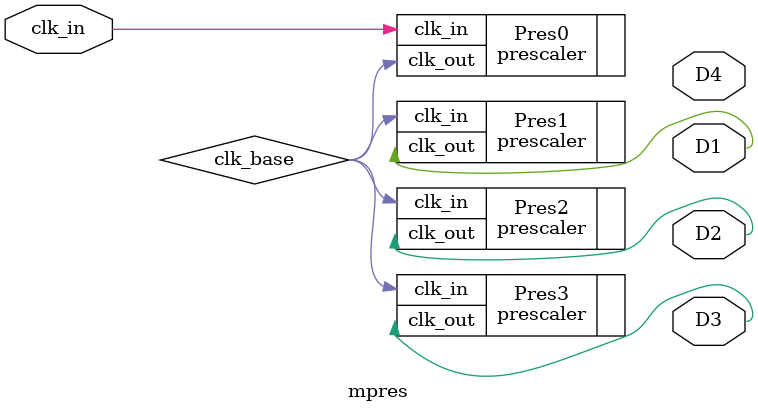
<source format=v>
module mpres(input clk_in, output D1, output D2, output D3, output D4);
wire clk_in;
wire D1;
wire D2;
wire D3;

    
//-- Parametros del componente
//-- Bits para los diferentes prescalers
//-- Cambiar estos valores segun la secuencia a sacar por los leds
parameter N0 = 25;  //-- Prescaler base
parameter N1 = 1;
parameter N2 = 2;
parameter N3 = 3;

    
//-- Cable con señal de reloj base: la salida del prescaler 0
wire clk_base;
    
//-- Prescaler base. Conectado a la señal de reloj de entrada
//-- Su salida es por clk_base
//-- Tiene N0 bits de tamaño
prescaler #(.N(N0))  
  Pres0(
   .clk_in(clk_in),
   .clk_out(clk_base)
  );
    
//-- Canal 1: Prescaner de N1 bits, conectado a led 1
prescaler #(.N(N1))
  Pres1(
    .clk_in(clk_base),
    .clk_out(D1)
  );
    
//-- Canal 2: Prescaler de N2 bits, conectado a led 2
prescaler #(.N(N2))
  Pres2(
    .clk_in(clk_base),
    .clk_out(D2)
  );
    
//-- Canal 3: Prescaler de N3 bits, conectado a led 3
prescaler #(.N(N3))
  Pres3(
    .clk_in(clk_base),
    .clk_out(D3)
  );
    
 
endmodule
</source>
